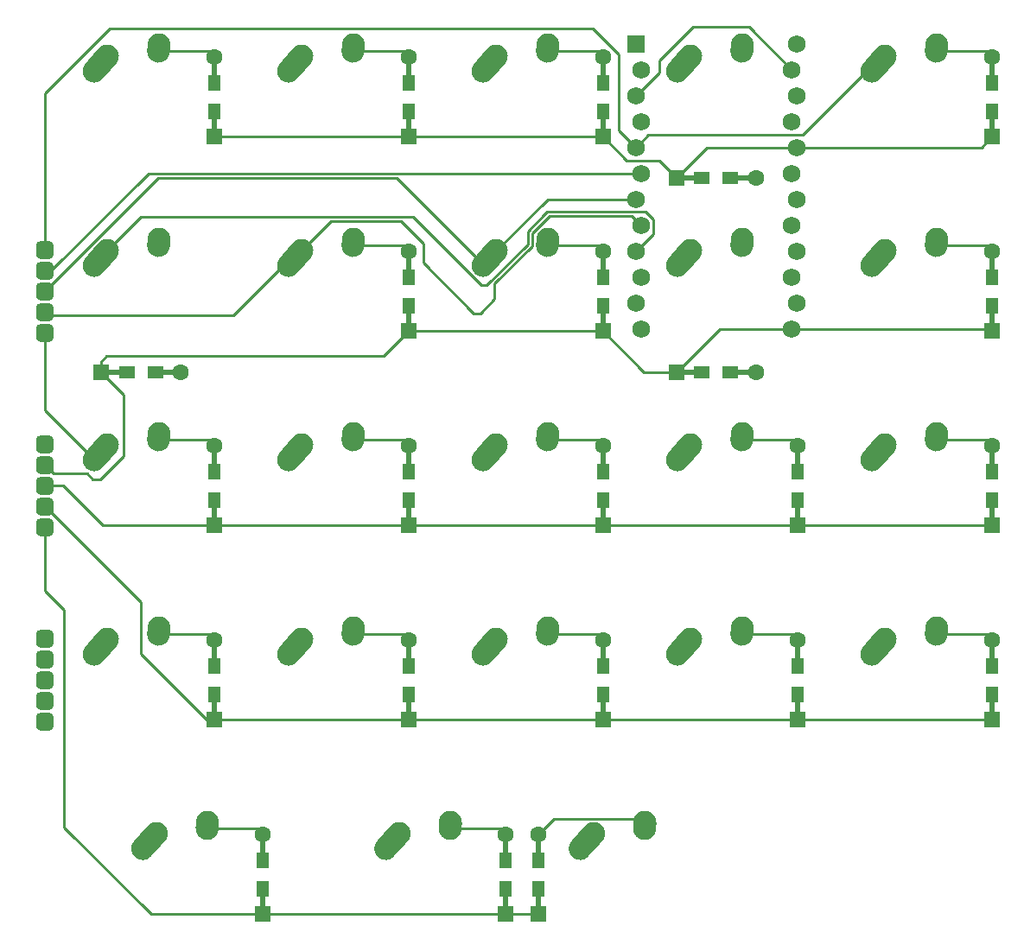
<source format=gbl>
%TF.GenerationSoftware,KiCad,Pcbnew,(5.1.12)-1*%
%TF.CreationDate,2022-01-01T22:18:57-05:00*%
%TF.ProjectId,my-keeb-2,6d792d6b-6565-4622-9d32-2e6b69636164,rev?*%
%TF.SameCoordinates,Original*%
%TF.FileFunction,Copper,L2,Bot*%
%TF.FilePolarity,Positive*%
%FSLAX46Y46*%
G04 Gerber Fmt 4.6, Leading zero omitted, Abs format (unit mm)*
G04 Created by KiCad (PCBNEW (5.1.12)-1) date 2022-01-01 22:18:57*
%MOMM*%
%LPD*%
G01*
G04 APERTURE LIST*
%TA.AperFunction,ComponentPad*%
%ADD10C,2.250000*%
%TD*%
%TA.AperFunction,ComponentPad*%
%ADD11C,1.752600*%
%TD*%
%TA.AperFunction,ComponentPad*%
%ADD12R,1.752600X1.752600*%
%TD*%
%TA.AperFunction,ComponentPad*%
%ADD13R,1.600000X1.600000*%
%TD*%
%TA.AperFunction,ComponentPad*%
%ADD14C,1.600000*%
%TD*%
%TA.AperFunction,SMDPad,CuDef*%
%ADD15R,0.500000X2.900000*%
%TD*%
%TA.AperFunction,SMDPad,CuDef*%
%ADD16R,1.200000X1.600000*%
%TD*%
%TA.AperFunction,SMDPad,CuDef*%
%ADD17R,2.900000X0.500000*%
%TD*%
%TA.AperFunction,SMDPad,CuDef*%
%ADD18R,1.600000X1.200000*%
%TD*%
%TA.AperFunction,Conductor*%
%ADD19C,0.254000*%
%TD*%
G04 APERTURE END LIST*
%TO.P,MX38,2*%
%TO.N,Net-(D38-Pad2)*%
%TA.AperFunction,ComponentPad*%
G36*
G01*
X167523483Y-95047395D02*
X167522597Y-95047334D01*
G75*
G02*
X166477666Y-93847597I77403J1122334D01*
G01*
X166517666Y-93267597D01*
G75*
G02*
X167717403Y-92222666I1122334J-77403D01*
G01*
X167717403Y-92222666D01*
G75*
G02*
X168762334Y-93422403I-77403J-1122334D01*
G01*
X168722334Y-94002403D01*
G75*
G02*
X167522597Y-95047334I-1122334J77403D01*
G01*
G37*
%TD.AperFunction*%
D10*
X167640000Y-93345000D03*
%TO.P,MX38,1*%
%TO.N,COL7*%
%TA.AperFunction,ComponentPad*%
G36*
G01*
X160538688Y-96722350D02*
X160538683Y-96722345D01*
G75*
G02*
X160452655Y-95133683I751317J837345D01*
G01*
X161762657Y-93673683D01*
G75*
G02*
X163351319Y-93587655I837345J-751317D01*
G01*
X163351319Y-93587655D01*
G75*
G02*
X163437347Y-95176317I-751317J-837345D01*
G01*
X162127345Y-96636317D01*
G75*
G02*
X160538683Y-96722345I-837345J751317D01*
G01*
G37*
%TD.AperFunction*%
X162600000Y-94425000D03*
%TD*%
%TO.P,M3,5*%
%TO.N,COL9*%
%TA.AperFunction,ComponentPad*%
G36*
G01*
X109715300Y-36772850D02*
X109715300Y-37649150D01*
G75*
G02*
X109277150Y-38087300I-438150J0D01*
G01*
X108400850Y-38087300D01*
G75*
G02*
X107962700Y-37649150I0J438150D01*
G01*
X107962700Y-36772850D01*
G75*
G02*
X108400850Y-36334700I438150J0D01*
G01*
X109277150Y-36334700D01*
G75*
G02*
X109715300Y-36772850I0J-438150D01*
G01*
G37*
%TD.AperFunction*%
%TO.P,M3,4*%
%TO.N,COL8*%
%TA.AperFunction,ComponentPad*%
G36*
G01*
X109715300Y-38804850D02*
X109715300Y-39681150D01*
G75*
G02*
X109277150Y-40119300I-438150J0D01*
G01*
X108400850Y-40119300D01*
G75*
G02*
X107962700Y-39681150I0J438150D01*
G01*
X107962700Y-38804850D01*
G75*
G02*
X108400850Y-38366700I438150J0D01*
G01*
X109277150Y-38366700D01*
G75*
G02*
X109715300Y-38804850I0J-438150D01*
G01*
G37*
%TD.AperFunction*%
%TO.P,M3,3*%
%TO.N,COL7*%
%TA.AperFunction,ComponentPad*%
G36*
G01*
X109715300Y-40836850D02*
X109715300Y-41713150D01*
G75*
G02*
X109277150Y-42151300I-438150J0D01*
G01*
X108400850Y-42151300D01*
G75*
G02*
X107962700Y-41713150I0J438150D01*
G01*
X107962700Y-40836850D01*
G75*
G02*
X108400850Y-40398700I438150J0D01*
G01*
X109277150Y-40398700D01*
G75*
G02*
X109715300Y-40836850I0J-438150D01*
G01*
G37*
%TD.AperFunction*%
%TO.P,M3,2*%
%TO.N,COL6*%
%TA.AperFunction,ComponentPad*%
G36*
G01*
X109715300Y-42868850D02*
X109715300Y-43745150D01*
G75*
G02*
X109277150Y-44183300I-438150J0D01*
G01*
X108400850Y-44183300D01*
G75*
G02*
X107962700Y-43745150I0J438150D01*
G01*
X107962700Y-42868850D01*
G75*
G02*
X108400850Y-42430700I438150J0D01*
G01*
X109277150Y-42430700D01*
G75*
G02*
X109715300Y-42868850I0J-438150D01*
G01*
G37*
%TD.AperFunction*%
%TO.P,M3,1*%
%TO.N,COL5*%
%TA.AperFunction,ComponentPad*%
G36*
G01*
X109715300Y-44900850D02*
X109715300Y-45777150D01*
G75*
G02*
X109277150Y-46215300I-438150J0D01*
G01*
X108400850Y-46215300D01*
G75*
G02*
X107962700Y-45777150I0J438150D01*
G01*
X107962700Y-44900850D01*
G75*
G02*
X108400850Y-44462700I438150J0D01*
G01*
X109277150Y-44462700D01*
G75*
G02*
X109715300Y-44900850I0J-438150D01*
G01*
G37*
%TD.AperFunction*%
%TD*%
%TO.P,M2,5*%
%TO.N,COL4*%
%TA.AperFunction,ComponentPad*%
G36*
G01*
X107962700Y-83877150D02*
X107962700Y-83000850D01*
G75*
G02*
X108400850Y-82562700I438150J0D01*
G01*
X109277150Y-82562700D01*
G75*
G02*
X109715300Y-83000850I0J-438150D01*
G01*
X109715300Y-83877150D01*
G75*
G02*
X109277150Y-84315300I-438150J0D01*
G01*
X108400850Y-84315300D01*
G75*
G02*
X107962700Y-83877150I0J438150D01*
G01*
G37*
%TD.AperFunction*%
%TO.P,M2,4*%
%TO.N,COL3*%
%TA.AperFunction,ComponentPad*%
G36*
G01*
X107962700Y-81845150D02*
X107962700Y-80968850D01*
G75*
G02*
X108400850Y-80530700I438150J0D01*
G01*
X109277150Y-80530700D01*
G75*
G02*
X109715300Y-80968850I0J-438150D01*
G01*
X109715300Y-81845150D01*
G75*
G02*
X109277150Y-82283300I-438150J0D01*
G01*
X108400850Y-82283300D01*
G75*
G02*
X107962700Y-81845150I0J438150D01*
G01*
G37*
%TD.AperFunction*%
%TO.P,M2,3*%
%TO.N,COL2*%
%TA.AperFunction,ComponentPad*%
G36*
G01*
X107962700Y-79813150D02*
X107962700Y-78936850D01*
G75*
G02*
X108400850Y-78498700I438150J0D01*
G01*
X109277150Y-78498700D01*
G75*
G02*
X109715300Y-78936850I0J-438150D01*
G01*
X109715300Y-79813150D01*
G75*
G02*
X109277150Y-80251300I-438150J0D01*
G01*
X108400850Y-80251300D01*
G75*
G02*
X107962700Y-79813150I0J438150D01*
G01*
G37*
%TD.AperFunction*%
%TO.P,M2,2*%
%TO.N,COL1*%
%TA.AperFunction,ComponentPad*%
G36*
G01*
X107962700Y-77781150D02*
X107962700Y-76904850D01*
G75*
G02*
X108400850Y-76466700I438150J0D01*
G01*
X109277150Y-76466700D01*
G75*
G02*
X109715300Y-76904850I0J-438150D01*
G01*
X109715300Y-77781150D01*
G75*
G02*
X109277150Y-78219300I-438150J0D01*
G01*
X108400850Y-78219300D01*
G75*
G02*
X107962700Y-77781150I0J438150D01*
G01*
G37*
%TD.AperFunction*%
%TO.P,M2,1*%
%TO.N,COL0*%
%TA.AperFunction,ComponentPad*%
G36*
G01*
X107962700Y-75749150D02*
X107962700Y-74872850D01*
G75*
G02*
X108400850Y-74434700I438150J0D01*
G01*
X109277150Y-74434700D01*
G75*
G02*
X109715300Y-74872850I0J-438150D01*
G01*
X109715300Y-75749150D01*
G75*
G02*
X109277150Y-76187300I-438150J0D01*
G01*
X108400850Y-76187300D01*
G75*
G02*
X107962700Y-75749150I0J438150D01*
G01*
G37*
%TD.AperFunction*%
%TD*%
%TO.P,M1,5*%
%TO.N,ROW4*%
%TA.AperFunction,ComponentPad*%
G36*
G01*
X107962700Y-64827150D02*
X107962700Y-63950850D01*
G75*
G02*
X108400850Y-63512700I438150J0D01*
G01*
X109277150Y-63512700D01*
G75*
G02*
X109715300Y-63950850I0J-438150D01*
G01*
X109715300Y-64827150D01*
G75*
G02*
X109277150Y-65265300I-438150J0D01*
G01*
X108400850Y-65265300D01*
G75*
G02*
X107962700Y-64827150I0J438150D01*
G01*
G37*
%TD.AperFunction*%
%TO.P,M1,4*%
%TO.N,ROW3*%
%TA.AperFunction,ComponentPad*%
G36*
G01*
X107962700Y-62795150D02*
X107962700Y-61918850D01*
G75*
G02*
X108400850Y-61480700I438150J0D01*
G01*
X109277150Y-61480700D01*
G75*
G02*
X109715300Y-61918850I0J-438150D01*
G01*
X109715300Y-62795150D01*
G75*
G02*
X109277150Y-63233300I-438150J0D01*
G01*
X108400850Y-63233300D01*
G75*
G02*
X107962700Y-62795150I0J438150D01*
G01*
G37*
%TD.AperFunction*%
%TO.P,M1,3*%
%TO.N,ROW2*%
%TA.AperFunction,ComponentPad*%
G36*
G01*
X107962700Y-60763150D02*
X107962700Y-59886850D01*
G75*
G02*
X108400850Y-59448700I438150J0D01*
G01*
X109277150Y-59448700D01*
G75*
G02*
X109715300Y-59886850I0J-438150D01*
G01*
X109715300Y-60763150D01*
G75*
G02*
X109277150Y-61201300I-438150J0D01*
G01*
X108400850Y-61201300D01*
G75*
G02*
X107962700Y-60763150I0J438150D01*
G01*
G37*
%TD.AperFunction*%
%TO.P,M1,2*%
%TO.N,ROW1*%
%TA.AperFunction,ComponentPad*%
G36*
G01*
X107962700Y-58731150D02*
X107962700Y-57854850D01*
G75*
G02*
X108400850Y-57416700I438150J0D01*
G01*
X109277150Y-57416700D01*
G75*
G02*
X109715300Y-57854850I0J-438150D01*
G01*
X109715300Y-58731150D01*
G75*
G02*
X109277150Y-59169300I-438150J0D01*
G01*
X108400850Y-59169300D01*
G75*
G02*
X107962700Y-58731150I0J438150D01*
G01*
G37*
%TD.AperFunction*%
%TO.P,M1,1*%
%TO.N,ROW0*%
%TA.AperFunction,ComponentPad*%
G36*
G01*
X107962700Y-56699150D02*
X107962700Y-55822850D01*
G75*
G02*
X108400850Y-55384700I438150J0D01*
G01*
X109277150Y-55384700D01*
G75*
G02*
X109715300Y-55822850I0J-438150D01*
G01*
X109715300Y-56699150D01*
G75*
G02*
X109277150Y-57137300I-438150J0D01*
G01*
X108400850Y-57137300D01*
G75*
G02*
X107962700Y-56699150I0J438150D01*
G01*
G37*
%TD.AperFunction*%
%TD*%
D11*
%TO.P,U1,24*%
%TO.N,Net-(U1-Pad24)*%
X182473600Y-16986250D03*
%TO.P,U1,12*%
%TO.N,ROW2*%
X167233600Y-44926250D03*
%TO.P,U1,23*%
%TO.N,GND*%
X182016400Y-19526250D03*
%TO.P,U1,22*%
%TO.N,Net-(SW1-Pad1)*%
X182473600Y-22066250D03*
%TO.P,U1,21*%
%TO.N,VCC*%
X182016400Y-24606250D03*
%TO.P,U1,20*%
%TO.N,ROW0*%
X182473600Y-27146250D03*
%TO.P,U1,19*%
%TO.N,COL0*%
X182016400Y-29686250D03*
%TO.P,U1,18*%
%TO.N,COL1*%
X182473600Y-32226250D03*
%TO.P,U1,17*%
%TO.N,COL2*%
X182016400Y-34766250D03*
%TO.P,U1,16*%
%TO.N,COL3*%
X182473600Y-37306250D03*
%TO.P,U1,15*%
%TO.N,COL4*%
X182016400Y-39846250D03*
%TO.P,U1,14*%
%TO.N,Net-(U1-Pad14)*%
X182473600Y-42386250D03*
%TO.P,U1,13*%
%TO.N,ROW1*%
X182016400Y-44926250D03*
%TO.P,U1,11*%
%TO.N,ROW3*%
X166776400Y-42386250D03*
%TO.P,U1,10*%
%TO.N,ROW4*%
X167233600Y-39846250D03*
%TO.P,U1,9*%
%TO.N,COL5*%
X166776400Y-37306250D03*
%TO.P,U1,8*%
%TO.N,COL6*%
X167233600Y-34766250D03*
%TO.P,U1,7*%
%TO.N,COL7*%
X166776400Y-32226250D03*
%TO.P,U1,6*%
%TO.N,COL8*%
X167233600Y-29686250D03*
%TO.P,U1,5*%
%TO.N,COL9*%
X166776400Y-27146250D03*
%TO.P,U1,4*%
%TO.N,GND*%
X167233600Y-24606250D03*
%TO.P,U1,3*%
X166776400Y-22066250D03*
%TO.P,U1,2*%
%TO.N,Net-(U1-Pad2)*%
X167233600Y-19526250D03*
D12*
%TO.P,U1,1*%
%TO.N,Net-(U1-Pad1)*%
X166776400Y-16986250D03*
%TD*%
%TO.P,MX25,2*%
%TO.N,Net-(D25-Pad2)*%
%TA.AperFunction,ComponentPad*%
G36*
G01*
X119898483Y-37897395D02*
X119897597Y-37897334D01*
G75*
G02*
X118852666Y-36697597I77403J1122334D01*
G01*
X118892666Y-36117597D01*
G75*
G02*
X120092403Y-35072666I1122334J-77403D01*
G01*
X120092403Y-35072666D01*
G75*
G02*
X121137334Y-36272403I-77403J-1122334D01*
G01*
X121097334Y-36852403D01*
G75*
G02*
X119897597Y-37897334I-1122334J77403D01*
G01*
G37*
%TD.AperFunction*%
D10*
X120015000Y-36195000D03*
%TO.P,MX25,1*%
%TO.N,COL5*%
%TA.AperFunction,ComponentPad*%
G36*
G01*
X112913688Y-39572350D02*
X112913683Y-39572345D01*
G75*
G02*
X112827655Y-37983683I751317J837345D01*
G01*
X114137657Y-36523683D01*
G75*
G02*
X115726319Y-36437655I837345J-751317D01*
G01*
X115726319Y-36437655D01*
G75*
G02*
X115812347Y-38026317I-751317J-837345D01*
G01*
X114502345Y-39486317D01*
G75*
G02*
X112913683Y-39572345I-837345J751317D01*
G01*
G37*
%TD.AperFunction*%
X114975000Y-37275000D03*
%TD*%
%TO.P,MX28,2*%
%TO.N,Net-(D28-Pad2)*%
%TA.AperFunction,ComponentPad*%
G36*
G01*
X124660983Y-95047395D02*
X124660097Y-95047334D01*
G75*
G02*
X123615166Y-93847597I77403J1122334D01*
G01*
X123655166Y-93267597D01*
G75*
G02*
X124854903Y-92222666I1122334J-77403D01*
G01*
X124854903Y-92222666D01*
G75*
G02*
X125899834Y-93422403I-77403J-1122334D01*
G01*
X125859834Y-94002403D01*
G75*
G02*
X124660097Y-95047334I-1122334J77403D01*
G01*
G37*
%TD.AperFunction*%
X124777500Y-93345000D03*
%TO.P,MX28,1*%
%TO.N,COL5*%
%TA.AperFunction,ComponentPad*%
G36*
G01*
X117676188Y-96722350D02*
X117676183Y-96722345D01*
G75*
G02*
X117590155Y-95133683I751317J837345D01*
G01*
X118900157Y-93673683D01*
G75*
G02*
X120488819Y-93587655I837345J-751317D01*
G01*
X120488819Y-93587655D01*
G75*
G02*
X120574847Y-95176317I-751317J-837345D01*
G01*
X119264845Y-96636317D01*
G75*
G02*
X117676183Y-96722345I-837345J751317D01*
G01*
G37*
%TD.AperFunction*%
X119737500Y-94425000D03*
%TD*%
%TO.P,MX46,2*%
%TO.N,Net-(D46-Pad2)*%
%TA.AperFunction,ComponentPad*%
G36*
G01*
X196098483Y-75997395D02*
X196097597Y-75997334D01*
G75*
G02*
X195052666Y-74797597I77403J1122334D01*
G01*
X195092666Y-74217597D01*
G75*
G02*
X196292403Y-73172666I1122334J-77403D01*
G01*
X196292403Y-73172666D01*
G75*
G02*
X197337334Y-74372403I-77403J-1122334D01*
G01*
X197297334Y-74952403D01*
G75*
G02*
X196097597Y-75997334I-1122334J77403D01*
G01*
G37*
%TD.AperFunction*%
X196215000Y-74295000D03*
%TO.P,MX46,1*%
%TO.N,COL9*%
%TA.AperFunction,ComponentPad*%
G36*
G01*
X189113688Y-77672350D02*
X189113683Y-77672345D01*
G75*
G02*
X189027655Y-76083683I751317J837345D01*
G01*
X190337657Y-74623683D01*
G75*
G02*
X191926319Y-74537655I837345J-751317D01*
G01*
X191926319Y-74537655D01*
G75*
G02*
X192012347Y-76126317I-751317J-837345D01*
G01*
X190702345Y-77586317D01*
G75*
G02*
X189113683Y-77672345I-837345J751317D01*
G01*
G37*
%TD.AperFunction*%
X191175000Y-75375000D03*
%TD*%
%TO.P,MX45,2*%
%TO.N,Net-(D45-Pad2)*%
%TA.AperFunction,ComponentPad*%
G36*
G01*
X196098483Y-56947395D02*
X196097597Y-56947334D01*
G75*
G02*
X195052666Y-55747597I77403J1122334D01*
G01*
X195092666Y-55167597D01*
G75*
G02*
X196292403Y-54122666I1122334J-77403D01*
G01*
X196292403Y-54122666D01*
G75*
G02*
X197337334Y-55322403I-77403J-1122334D01*
G01*
X197297334Y-55902403D01*
G75*
G02*
X196097597Y-56947334I-1122334J77403D01*
G01*
G37*
%TD.AperFunction*%
X196215000Y-55245000D03*
%TO.P,MX45,1*%
%TO.N,COL9*%
%TA.AperFunction,ComponentPad*%
G36*
G01*
X189113688Y-58622350D02*
X189113683Y-58622345D01*
G75*
G02*
X189027655Y-57033683I751317J837345D01*
G01*
X190337657Y-55573683D01*
G75*
G02*
X191926319Y-55487655I837345J-751317D01*
G01*
X191926319Y-55487655D01*
G75*
G02*
X192012347Y-57076317I-751317J-837345D01*
G01*
X190702345Y-58536317D01*
G75*
G02*
X189113683Y-58622345I-837345J751317D01*
G01*
G37*
%TD.AperFunction*%
X191175000Y-56325000D03*
%TD*%
%TO.P,MX44,2*%
%TO.N,Net-(D44-Pad2)*%
%TA.AperFunction,ComponentPad*%
G36*
G01*
X196098483Y-37897395D02*
X196097597Y-37897334D01*
G75*
G02*
X195052666Y-36697597I77403J1122334D01*
G01*
X195092666Y-36117597D01*
G75*
G02*
X196292403Y-35072666I1122334J-77403D01*
G01*
X196292403Y-35072666D01*
G75*
G02*
X197337334Y-36272403I-77403J-1122334D01*
G01*
X197297334Y-36852403D01*
G75*
G02*
X196097597Y-37897334I-1122334J77403D01*
G01*
G37*
%TD.AperFunction*%
X196215000Y-36195000D03*
%TO.P,MX44,1*%
%TO.N,COL9*%
%TA.AperFunction,ComponentPad*%
G36*
G01*
X189113688Y-39572350D02*
X189113683Y-39572345D01*
G75*
G02*
X189027655Y-37983683I751317J837345D01*
G01*
X190337657Y-36523683D01*
G75*
G02*
X191926319Y-36437655I837345J-751317D01*
G01*
X191926319Y-36437655D01*
G75*
G02*
X192012347Y-38026317I-751317J-837345D01*
G01*
X190702345Y-39486317D01*
G75*
G02*
X189113683Y-39572345I-837345J751317D01*
G01*
G37*
%TD.AperFunction*%
X191175000Y-37275000D03*
%TD*%
%TO.P,MX43,2*%
%TO.N,Net-(D43-Pad2)*%
%TA.AperFunction,ComponentPad*%
G36*
G01*
X196098483Y-18847395D02*
X196097597Y-18847334D01*
G75*
G02*
X195052666Y-17647597I77403J1122334D01*
G01*
X195092666Y-17067597D01*
G75*
G02*
X196292403Y-16022666I1122334J-77403D01*
G01*
X196292403Y-16022666D01*
G75*
G02*
X197337334Y-17222403I-77403J-1122334D01*
G01*
X197297334Y-17802403D01*
G75*
G02*
X196097597Y-18847334I-1122334J77403D01*
G01*
G37*
%TD.AperFunction*%
X196215000Y-17145000D03*
%TO.P,MX43,1*%
%TO.N,COL9*%
%TA.AperFunction,ComponentPad*%
G36*
G01*
X189113688Y-20522350D02*
X189113683Y-20522345D01*
G75*
G02*
X189027655Y-18933683I751317J837345D01*
G01*
X190337657Y-17473683D01*
G75*
G02*
X191926319Y-17387655I837345J-751317D01*
G01*
X191926319Y-17387655D01*
G75*
G02*
X192012347Y-18976317I-751317J-837345D01*
G01*
X190702345Y-20436317D01*
G75*
G02*
X189113683Y-20522345I-837345J751317D01*
G01*
G37*
%TD.AperFunction*%
X191175000Y-18225000D03*
%TD*%
%TO.P,MX42,2*%
%TO.N,Net-(D42-Pad2)*%
%TA.AperFunction,ComponentPad*%
G36*
G01*
X177048483Y-75997395D02*
X177047597Y-75997334D01*
G75*
G02*
X176002666Y-74797597I77403J1122334D01*
G01*
X176042666Y-74217597D01*
G75*
G02*
X177242403Y-73172666I1122334J-77403D01*
G01*
X177242403Y-73172666D01*
G75*
G02*
X178287334Y-74372403I-77403J-1122334D01*
G01*
X178247334Y-74952403D01*
G75*
G02*
X177047597Y-75997334I-1122334J77403D01*
G01*
G37*
%TD.AperFunction*%
X177165000Y-74295000D03*
%TO.P,MX42,1*%
%TO.N,COL8*%
%TA.AperFunction,ComponentPad*%
G36*
G01*
X170063688Y-77672350D02*
X170063683Y-77672345D01*
G75*
G02*
X169977655Y-76083683I751317J837345D01*
G01*
X171287657Y-74623683D01*
G75*
G02*
X172876319Y-74537655I837345J-751317D01*
G01*
X172876319Y-74537655D01*
G75*
G02*
X172962347Y-76126317I-751317J-837345D01*
G01*
X171652345Y-77586317D01*
G75*
G02*
X170063683Y-77672345I-837345J751317D01*
G01*
G37*
%TD.AperFunction*%
X172125000Y-75375000D03*
%TD*%
%TO.P,MX41,2*%
%TO.N,Net-(D41-Pad2)*%
%TA.AperFunction,ComponentPad*%
G36*
G01*
X177048483Y-56947395D02*
X177047597Y-56947334D01*
G75*
G02*
X176002666Y-55747597I77403J1122334D01*
G01*
X176042666Y-55167597D01*
G75*
G02*
X177242403Y-54122666I1122334J-77403D01*
G01*
X177242403Y-54122666D01*
G75*
G02*
X178287334Y-55322403I-77403J-1122334D01*
G01*
X178247334Y-55902403D01*
G75*
G02*
X177047597Y-56947334I-1122334J77403D01*
G01*
G37*
%TD.AperFunction*%
X177165000Y-55245000D03*
%TO.P,MX41,1*%
%TO.N,COL8*%
%TA.AperFunction,ComponentPad*%
G36*
G01*
X170063688Y-58622350D02*
X170063683Y-58622345D01*
G75*
G02*
X169977655Y-57033683I751317J837345D01*
G01*
X171287657Y-55573683D01*
G75*
G02*
X172876319Y-55487655I837345J-751317D01*
G01*
X172876319Y-55487655D01*
G75*
G02*
X172962347Y-57076317I-751317J-837345D01*
G01*
X171652345Y-58536317D01*
G75*
G02*
X170063683Y-58622345I-837345J751317D01*
G01*
G37*
%TD.AperFunction*%
X172125000Y-56325000D03*
%TD*%
%TO.P,MX40,2*%
%TO.N,Net-(D40-Pad2)*%
%TA.AperFunction,ComponentPad*%
G36*
G01*
X177048483Y-37897395D02*
X177047597Y-37897334D01*
G75*
G02*
X176002666Y-36697597I77403J1122334D01*
G01*
X176042666Y-36117597D01*
G75*
G02*
X177242403Y-35072666I1122334J-77403D01*
G01*
X177242403Y-35072666D01*
G75*
G02*
X178287334Y-36272403I-77403J-1122334D01*
G01*
X178247334Y-36852403D01*
G75*
G02*
X177047597Y-37897334I-1122334J77403D01*
G01*
G37*
%TD.AperFunction*%
X177165000Y-36195000D03*
%TO.P,MX40,1*%
%TO.N,COL8*%
%TA.AperFunction,ComponentPad*%
G36*
G01*
X170063688Y-39572350D02*
X170063683Y-39572345D01*
G75*
G02*
X169977655Y-37983683I751317J837345D01*
G01*
X171287657Y-36523683D01*
G75*
G02*
X172876319Y-36437655I837345J-751317D01*
G01*
X172876319Y-36437655D01*
G75*
G02*
X172962347Y-38026317I-751317J-837345D01*
G01*
X171652345Y-39486317D01*
G75*
G02*
X170063683Y-39572345I-837345J751317D01*
G01*
G37*
%TD.AperFunction*%
X172125000Y-37275000D03*
%TD*%
%TO.P,MX39,2*%
%TO.N,Net-(D39-Pad2)*%
%TA.AperFunction,ComponentPad*%
G36*
G01*
X177048483Y-18847395D02*
X177047597Y-18847334D01*
G75*
G02*
X176002666Y-17647597I77403J1122334D01*
G01*
X176042666Y-17067597D01*
G75*
G02*
X177242403Y-16022666I1122334J-77403D01*
G01*
X177242403Y-16022666D01*
G75*
G02*
X178287334Y-17222403I-77403J-1122334D01*
G01*
X178247334Y-17802403D01*
G75*
G02*
X177047597Y-18847334I-1122334J77403D01*
G01*
G37*
%TD.AperFunction*%
X177165000Y-17145000D03*
%TO.P,MX39,1*%
%TO.N,COL8*%
%TA.AperFunction,ComponentPad*%
G36*
G01*
X170063688Y-20522350D02*
X170063683Y-20522345D01*
G75*
G02*
X169977655Y-18933683I751317J837345D01*
G01*
X171287657Y-17473683D01*
G75*
G02*
X172876319Y-17387655I837345J-751317D01*
G01*
X172876319Y-17387655D01*
G75*
G02*
X172962347Y-18976317I-751317J-837345D01*
G01*
X171652345Y-20436317D01*
G75*
G02*
X170063683Y-20522345I-837345J751317D01*
G01*
G37*
%TD.AperFunction*%
X172125000Y-18225000D03*
%TD*%
%TO.P,MX37,2*%
%TO.N,Net-(D37-Pad2)*%
%TA.AperFunction,ComponentPad*%
G36*
G01*
X157998483Y-75997395D02*
X157997597Y-75997334D01*
G75*
G02*
X156952666Y-74797597I77403J1122334D01*
G01*
X156992666Y-74217597D01*
G75*
G02*
X158192403Y-73172666I1122334J-77403D01*
G01*
X158192403Y-73172666D01*
G75*
G02*
X159237334Y-74372403I-77403J-1122334D01*
G01*
X159197334Y-74952403D01*
G75*
G02*
X157997597Y-75997334I-1122334J77403D01*
G01*
G37*
%TD.AperFunction*%
X158115000Y-74295000D03*
%TO.P,MX37,1*%
%TO.N,COL7*%
%TA.AperFunction,ComponentPad*%
G36*
G01*
X151013688Y-77672350D02*
X151013683Y-77672345D01*
G75*
G02*
X150927655Y-76083683I751317J837345D01*
G01*
X152237657Y-74623683D01*
G75*
G02*
X153826319Y-74537655I837345J-751317D01*
G01*
X153826319Y-74537655D01*
G75*
G02*
X153912347Y-76126317I-751317J-837345D01*
G01*
X152602345Y-77586317D01*
G75*
G02*
X151013683Y-77672345I-837345J751317D01*
G01*
G37*
%TD.AperFunction*%
X153075000Y-75375000D03*
%TD*%
%TO.P,MX36,2*%
%TO.N,Net-(D36-Pad2)*%
%TA.AperFunction,ComponentPad*%
G36*
G01*
X157998483Y-56947395D02*
X157997597Y-56947334D01*
G75*
G02*
X156952666Y-55747597I77403J1122334D01*
G01*
X156992666Y-55167597D01*
G75*
G02*
X158192403Y-54122666I1122334J-77403D01*
G01*
X158192403Y-54122666D01*
G75*
G02*
X159237334Y-55322403I-77403J-1122334D01*
G01*
X159197334Y-55902403D01*
G75*
G02*
X157997597Y-56947334I-1122334J77403D01*
G01*
G37*
%TD.AperFunction*%
X158115000Y-55245000D03*
%TO.P,MX36,1*%
%TO.N,COL7*%
%TA.AperFunction,ComponentPad*%
G36*
G01*
X151013688Y-58622350D02*
X151013683Y-58622345D01*
G75*
G02*
X150927655Y-57033683I751317J837345D01*
G01*
X152237657Y-55573683D01*
G75*
G02*
X153826319Y-55487655I837345J-751317D01*
G01*
X153826319Y-55487655D01*
G75*
G02*
X153912347Y-57076317I-751317J-837345D01*
G01*
X152602345Y-58536317D01*
G75*
G02*
X151013683Y-58622345I-837345J751317D01*
G01*
G37*
%TD.AperFunction*%
X153075000Y-56325000D03*
%TD*%
%TO.P,MX35,2*%
%TO.N,Net-(D35-Pad2)*%
%TA.AperFunction,ComponentPad*%
G36*
G01*
X157998483Y-37897395D02*
X157997597Y-37897334D01*
G75*
G02*
X156952666Y-36697597I77403J1122334D01*
G01*
X156992666Y-36117597D01*
G75*
G02*
X158192403Y-35072666I1122334J-77403D01*
G01*
X158192403Y-35072666D01*
G75*
G02*
X159237334Y-36272403I-77403J-1122334D01*
G01*
X159197334Y-36852403D01*
G75*
G02*
X157997597Y-37897334I-1122334J77403D01*
G01*
G37*
%TD.AperFunction*%
X158115000Y-36195000D03*
%TO.P,MX35,1*%
%TO.N,COL7*%
%TA.AperFunction,ComponentPad*%
G36*
G01*
X151013688Y-39572350D02*
X151013683Y-39572345D01*
G75*
G02*
X150927655Y-37983683I751317J837345D01*
G01*
X152237657Y-36523683D01*
G75*
G02*
X153826319Y-36437655I837345J-751317D01*
G01*
X153826319Y-36437655D01*
G75*
G02*
X153912347Y-38026317I-751317J-837345D01*
G01*
X152602345Y-39486317D01*
G75*
G02*
X151013683Y-39572345I-837345J751317D01*
G01*
G37*
%TD.AperFunction*%
X153075000Y-37275000D03*
%TD*%
%TO.P,MX34,2*%
%TO.N,Net-(D34-Pad2)*%
%TA.AperFunction,ComponentPad*%
G36*
G01*
X157998483Y-18847395D02*
X157997597Y-18847334D01*
G75*
G02*
X156952666Y-17647597I77403J1122334D01*
G01*
X156992666Y-17067597D01*
G75*
G02*
X158192403Y-16022666I1122334J-77403D01*
G01*
X158192403Y-16022666D01*
G75*
G02*
X159237334Y-17222403I-77403J-1122334D01*
G01*
X159197334Y-17802403D01*
G75*
G02*
X157997597Y-18847334I-1122334J77403D01*
G01*
G37*
%TD.AperFunction*%
X158115000Y-17145000D03*
%TO.P,MX34,1*%
%TO.N,COL7*%
%TA.AperFunction,ComponentPad*%
G36*
G01*
X151013688Y-20522350D02*
X151013683Y-20522345D01*
G75*
G02*
X150927655Y-18933683I751317J837345D01*
G01*
X152237657Y-17473683D01*
G75*
G02*
X153826319Y-17387655I837345J-751317D01*
G01*
X153826319Y-17387655D01*
G75*
G02*
X153912347Y-18976317I-751317J-837345D01*
G01*
X152602345Y-20436317D01*
G75*
G02*
X151013683Y-20522345I-837345J751317D01*
G01*
G37*
%TD.AperFunction*%
X153075000Y-18225000D03*
%TD*%
%TO.P,MX33,2*%
%TO.N,Net-(D33-Pad2)*%
%TA.AperFunction,ComponentPad*%
G36*
G01*
X148473483Y-95047395D02*
X148472597Y-95047334D01*
G75*
G02*
X147427666Y-93847597I77403J1122334D01*
G01*
X147467666Y-93267597D01*
G75*
G02*
X148667403Y-92222666I1122334J-77403D01*
G01*
X148667403Y-92222666D01*
G75*
G02*
X149712334Y-93422403I-77403J-1122334D01*
G01*
X149672334Y-94002403D01*
G75*
G02*
X148472597Y-95047334I-1122334J77403D01*
G01*
G37*
%TD.AperFunction*%
X148590000Y-93345000D03*
%TO.P,MX33,1*%
%TO.N,COL6*%
%TA.AperFunction,ComponentPad*%
G36*
G01*
X141488688Y-96722350D02*
X141488683Y-96722345D01*
G75*
G02*
X141402655Y-95133683I751317J837345D01*
G01*
X142712657Y-93673683D01*
G75*
G02*
X144301319Y-93587655I837345J-751317D01*
G01*
X144301319Y-93587655D01*
G75*
G02*
X144387347Y-95176317I-751317J-837345D01*
G01*
X143077345Y-96636317D01*
G75*
G02*
X141488683Y-96722345I-837345J751317D01*
G01*
G37*
%TD.AperFunction*%
X143550000Y-94425000D03*
%TD*%
%TO.P,MX32,2*%
%TO.N,Net-(D32-Pad2)*%
%TA.AperFunction,ComponentPad*%
G36*
G01*
X138948483Y-75997395D02*
X138947597Y-75997334D01*
G75*
G02*
X137902666Y-74797597I77403J1122334D01*
G01*
X137942666Y-74217597D01*
G75*
G02*
X139142403Y-73172666I1122334J-77403D01*
G01*
X139142403Y-73172666D01*
G75*
G02*
X140187334Y-74372403I-77403J-1122334D01*
G01*
X140147334Y-74952403D01*
G75*
G02*
X138947597Y-75997334I-1122334J77403D01*
G01*
G37*
%TD.AperFunction*%
X139065000Y-74295000D03*
%TO.P,MX32,1*%
%TO.N,COL6*%
%TA.AperFunction,ComponentPad*%
G36*
G01*
X131963688Y-77672350D02*
X131963683Y-77672345D01*
G75*
G02*
X131877655Y-76083683I751317J837345D01*
G01*
X133187657Y-74623683D01*
G75*
G02*
X134776319Y-74537655I837345J-751317D01*
G01*
X134776319Y-74537655D01*
G75*
G02*
X134862347Y-76126317I-751317J-837345D01*
G01*
X133552345Y-77586317D01*
G75*
G02*
X131963683Y-77672345I-837345J751317D01*
G01*
G37*
%TD.AperFunction*%
X134025000Y-75375000D03*
%TD*%
%TO.P,MX31,2*%
%TO.N,Net-(D31-Pad2)*%
%TA.AperFunction,ComponentPad*%
G36*
G01*
X138948483Y-56947395D02*
X138947597Y-56947334D01*
G75*
G02*
X137902666Y-55747597I77403J1122334D01*
G01*
X137942666Y-55167597D01*
G75*
G02*
X139142403Y-54122666I1122334J-77403D01*
G01*
X139142403Y-54122666D01*
G75*
G02*
X140187334Y-55322403I-77403J-1122334D01*
G01*
X140147334Y-55902403D01*
G75*
G02*
X138947597Y-56947334I-1122334J77403D01*
G01*
G37*
%TD.AperFunction*%
X139065000Y-55245000D03*
%TO.P,MX31,1*%
%TO.N,COL6*%
%TA.AperFunction,ComponentPad*%
G36*
G01*
X131963688Y-58622350D02*
X131963683Y-58622345D01*
G75*
G02*
X131877655Y-57033683I751317J837345D01*
G01*
X133187657Y-55573683D01*
G75*
G02*
X134776319Y-55487655I837345J-751317D01*
G01*
X134776319Y-55487655D01*
G75*
G02*
X134862347Y-57076317I-751317J-837345D01*
G01*
X133552345Y-58536317D01*
G75*
G02*
X131963683Y-58622345I-837345J751317D01*
G01*
G37*
%TD.AperFunction*%
X134025000Y-56325000D03*
%TD*%
%TO.P,MX30,2*%
%TO.N,Net-(D30-Pad2)*%
%TA.AperFunction,ComponentPad*%
G36*
G01*
X138948483Y-37897395D02*
X138947597Y-37897334D01*
G75*
G02*
X137902666Y-36697597I77403J1122334D01*
G01*
X137942666Y-36117597D01*
G75*
G02*
X139142403Y-35072666I1122334J-77403D01*
G01*
X139142403Y-35072666D01*
G75*
G02*
X140187334Y-36272403I-77403J-1122334D01*
G01*
X140147334Y-36852403D01*
G75*
G02*
X138947597Y-37897334I-1122334J77403D01*
G01*
G37*
%TD.AperFunction*%
X139065000Y-36195000D03*
%TO.P,MX30,1*%
%TO.N,COL6*%
%TA.AperFunction,ComponentPad*%
G36*
G01*
X131963688Y-39572350D02*
X131963683Y-39572345D01*
G75*
G02*
X131877655Y-37983683I751317J837345D01*
G01*
X133187657Y-36523683D01*
G75*
G02*
X134776319Y-36437655I837345J-751317D01*
G01*
X134776319Y-36437655D01*
G75*
G02*
X134862347Y-38026317I-751317J-837345D01*
G01*
X133552345Y-39486317D01*
G75*
G02*
X131963683Y-39572345I-837345J751317D01*
G01*
G37*
%TD.AperFunction*%
X134025000Y-37275000D03*
%TD*%
%TO.P,MX29,2*%
%TO.N,Net-(D29-Pad2)*%
%TA.AperFunction,ComponentPad*%
G36*
G01*
X138948483Y-18847395D02*
X138947597Y-18847334D01*
G75*
G02*
X137902666Y-17647597I77403J1122334D01*
G01*
X137942666Y-17067597D01*
G75*
G02*
X139142403Y-16022666I1122334J-77403D01*
G01*
X139142403Y-16022666D01*
G75*
G02*
X140187334Y-17222403I-77403J-1122334D01*
G01*
X140147334Y-17802403D01*
G75*
G02*
X138947597Y-18847334I-1122334J77403D01*
G01*
G37*
%TD.AperFunction*%
X139065000Y-17145000D03*
%TO.P,MX29,1*%
%TO.N,COL6*%
%TA.AperFunction,ComponentPad*%
G36*
G01*
X131963688Y-20522350D02*
X131963683Y-20522345D01*
G75*
G02*
X131877655Y-18933683I751317J837345D01*
G01*
X133187657Y-17473683D01*
G75*
G02*
X134776319Y-17387655I837345J-751317D01*
G01*
X134776319Y-17387655D01*
G75*
G02*
X134862347Y-18976317I-751317J-837345D01*
G01*
X133552345Y-20436317D01*
G75*
G02*
X131963683Y-20522345I-837345J751317D01*
G01*
G37*
%TD.AperFunction*%
X134025000Y-18225000D03*
%TD*%
%TO.P,MX27,2*%
%TO.N,Net-(D27-Pad2)*%
%TA.AperFunction,ComponentPad*%
G36*
G01*
X119898483Y-75997395D02*
X119897597Y-75997334D01*
G75*
G02*
X118852666Y-74797597I77403J1122334D01*
G01*
X118892666Y-74217597D01*
G75*
G02*
X120092403Y-73172666I1122334J-77403D01*
G01*
X120092403Y-73172666D01*
G75*
G02*
X121137334Y-74372403I-77403J-1122334D01*
G01*
X121097334Y-74952403D01*
G75*
G02*
X119897597Y-75997334I-1122334J77403D01*
G01*
G37*
%TD.AperFunction*%
X120015000Y-74295000D03*
%TO.P,MX27,1*%
%TO.N,COL5*%
%TA.AperFunction,ComponentPad*%
G36*
G01*
X112913688Y-77672350D02*
X112913683Y-77672345D01*
G75*
G02*
X112827655Y-76083683I751317J837345D01*
G01*
X114137657Y-74623683D01*
G75*
G02*
X115726319Y-74537655I837345J-751317D01*
G01*
X115726319Y-74537655D01*
G75*
G02*
X115812347Y-76126317I-751317J-837345D01*
G01*
X114502345Y-77586317D01*
G75*
G02*
X112913683Y-77672345I-837345J751317D01*
G01*
G37*
%TD.AperFunction*%
X114975000Y-75375000D03*
%TD*%
%TO.P,MX26,2*%
%TO.N,Net-(D26-Pad2)*%
%TA.AperFunction,ComponentPad*%
G36*
G01*
X119898483Y-56947395D02*
X119897597Y-56947334D01*
G75*
G02*
X118852666Y-55747597I77403J1122334D01*
G01*
X118892666Y-55167597D01*
G75*
G02*
X120092403Y-54122666I1122334J-77403D01*
G01*
X120092403Y-54122666D01*
G75*
G02*
X121137334Y-55322403I-77403J-1122334D01*
G01*
X121097334Y-55902403D01*
G75*
G02*
X119897597Y-56947334I-1122334J77403D01*
G01*
G37*
%TD.AperFunction*%
X120015000Y-55245000D03*
%TO.P,MX26,1*%
%TO.N,COL5*%
%TA.AperFunction,ComponentPad*%
G36*
G01*
X112913688Y-58622350D02*
X112913683Y-58622345D01*
G75*
G02*
X112827655Y-57033683I751317J837345D01*
G01*
X114137657Y-55573683D01*
G75*
G02*
X115726319Y-55487655I837345J-751317D01*
G01*
X115726319Y-55487655D01*
G75*
G02*
X115812347Y-57076317I-751317J-837345D01*
G01*
X114502345Y-58536317D01*
G75*
G02*
X112913683Y-58622345I-837345J751317D01*
G01*
G37*
%TD.AperFunction*%
X114975000Y-56325000D03*
%TD*%
%TO.P,MX24,2*%
%TO.N,Net-(D24-Pad2)*%
%TA.AperFunction,ComponentPad*%
G36*
G01*
X119898483Y-18847395D02*
X119897597Y-18847334D01*
G75*
G02*
X118852666Y-17647597I77403J1122334D01*
G01*
X118892666Y-17067597D01*
G75*
G02*
X120092403Y-16022666I1122334J-77403D01*
G01*
X120092403Y-16022666D01*
G75*
G02*
X121137334Y-17222403I-77403J-1122334D01*
G01*
X121097334Y-17802403D01*
G75*
G02*
X119897597Y-18847334I-1122334J77403D01*
G01*
G37*
%TD.AperFunction*%
X120015000Y-17145000D03*
%TO.P,MX24,1*%
%TO.N,COL5*%
%TA.AperFunction,ComponentPad*%
G36*
G01*
X112913688Y-20522350D02*
X112913683Y-20522345D01*
G75*
G02*
X112827655Y-18933683I751317J837345D01*
G01*
X114137657Y-17473683D01*
G75*
G02*
X115726319Y-17387655I837345J-751317D01*
G01*
X115726319Y-17387655D01*
G75*
G02*
X115812347Y-18976317I-751317J-837345D01*
G01*
X114502345Y-20436317D01*
G75*
G02*
X112913683Y-20522345I-837345J751317D01*
G01*
G37*
%TD.AperFunction*%
X114975000Y-18225000D03*
%TD*%
D13*
%TO.P,D46,1*%
%TO.N,ROW3*%
X201612500Y-83275000D03*
D14*
%TO.P,D46,2*%
%TO.N,Net-(D46-Pad2)*%
X201612500Y-75475000D03*
D15*
%TO.P,D46,1*%
%TO.N,ROW3*%
X201612500Y-81875000D03*
D16*
X201612500Y-80775000D03*
%TO.P,D46,2*%
%TO.N,Net-(D46-Pad2)*%
X201612500Y-77975000D03*
D15*
X201612500Y-76875000D03*
%TD*%
D13*
%TO.P,D45,1*%
%TO.N,ROW2*%
X201612500Y-64225000D03*
D14*
%TO.P,D45,2*%
%TO.N,Net-(D45-Pad2)*%
X201612500Y-56425000D03*
D15*
%TO.P,D45,1*%
%TO.N,ROW2*%
X201612500Y-62825000D03*
D16*
X201612500Y-61725000D03*
%TO.P,D45,2*%
%TO.N,Net-(D45-Pad2)*%
X201612500Y-58925000D03*
D15*
X201612500Y-57825000D03*
%TD*%
D13*
%TO.P,D44,1*%
%TO.N,ROW1*%
X201612500Y-45175000D03*
D14*
%TO.P,D44,2*%
%TO.N,Net-(D44-Pad2)*%
X201612500Y-37375000D03*
D15*
%TO.P,D44,1*%
%TO.N,ROW1*%
X201612500Y-43775000D03*
D16*
X201612500Y-42675000D03*
%TO.P,D44,2*%
%TO.N,Net-(D44-Pad2)*%
X201612500Y-39875000D03*
D15*
X201612500Y-38775000D03*
%TD*%
D13*
%TO.P,D43,1*%
%TO.N,ROW0*%
X201612500Y-26125000D03*
D14*
%TO.P,D43,2*%
%TO.N,Net-(D43-Pad2)*%
X201612500Y-18325000D03*
D15*
%TO.P,D43,1*%
%TO.N,ROW0*%
X201612500Y-24725000D03*
D16*
X201612500Y-23625000D03*
%TO.P,D43,2*%
%TO.N,Net-(D43-Pad2)*%
X201612500Y-20825000D03*
D15*
X201612500Y-19725000D03*
%TD*%
D13*
%TO.P,D42,1*%
%TO.N,ROW3*%
X182562500Y-83272000D03*
D14*
%TO.P,D42,2*%
%TO.N,Net-(D42-Pad2)*%
X182562500Y-75472000D03*
D15*
%TO.P,D42,1*%
%TO.N,ROW3*%
X182562500Y-81872000D03*
D16*
X182562500Y-80772000D03*
%TO.P,D42,2*%
%TO.N,Net-(D42-Pad2)*%
X182562500Y-77972000D03*
D15*
X182562500Y-76872000D03*
%TD*%
D13*
%TO.P,D41,1*%
%TO.N,ROW2*%
X182562500Y-64225000D03*
D14*
%TO.P,D41,2*%
%TO.N,Net-(D41-Pad2)*%
X182562500Y-56425000D03*
D15*
%TO.P,D41,1*%
%TO.N,ROW2*%
X182562500Y-62825000D03*
D16*
X182562500Y-61725000D03*
%TO.P,D41,2*%
%TO.N,Net-(D41-Pad2)*%
X182562500Y-58925000D03*
D15*
X182562500Y-57825000D03*
%TD*%
D13*
%TO.P,D40,1*%
%TO.N,ROW1*%
X170725000Y-49212500D03*
D14*
%TO.P,D40,2*%
%TO.N,Net-(D40-Pad2)*%
X178525000Y-49212500D03*
D17*
%TO.P,D40,1*%
%TO.N,ROW1*%
X172125000Y-49212500D03*
D18*
X173225000Y-49212500D03*
%TO.P,D40,2*%
%TO.N,Net-(D40-Pad2)*%
X176025000Y-49212500D03*
D17*
X177125000Y-49212500D03*
%TD*%
D13*
%TO.P,D39,1*%
%TO.N,ROW0*%
X170725000Y-30162500D03*
D14*
%TO.P,D39,2*%
%TO.N,Net-(D39-Pad2)*%
X178525000Y-30162500D03*
D17*
%TO.P,D39,1*%
%TO.N,ROW0*%
X172125000Y-30162500D03*
D18*
X173225000Y-30162500D03*
%TO.P,D39,2*%
%TO.N,Net-(D39-Pad2)*%
X176025000Y-30162500D03*
D17*
X177125000Y-30162500D03*
%TD*%
D13*
%TO.P,D38,1*%
%TO.N,ROW4*%
X157162500Y-102325000D03*
D14*
%TO.P,D38,2*%
%TO.N,Net-(D38-Pad2)*%
X157162500Y-94525000D03*
D15*
%TO.P,D38,1*%
%TO.N,ROW4*%
X157162500Y-100925000D03*
D16*
X157162500Y-99825000D03*
%TO.P,D38,2*%
%TO.N,Net-(D38-Pad2)*%
X157162500Y-97025000D03*
D15*
X157162500Y-95925000D03*
%TD*%
D13*
%TO.P,D37,1*%
%TO.N,ROW3*%
X163512500Y-83275000D03*
D14*
%TO.P,D37,2*%
%TO.N,Net-(D37-Pad2)*%
X163512500Y-75475000D03*
D15*
%TO.P,D37,1*%
%TO.N,ROW3*%
X163512500Y-81875000D03*
D16*
X163512500Y-80775000D03*
%TO.P,D37,2*%
%TO.N,Net-(D37-Pad2)*%
X163512500Y-77975000D03*
D15*
X163512500Y-76875000D03*
%TD*%
D13*
%TO.P,D36,1*%
%TO.N,ROW2*%
X163512500Y-64225000D03*
D14*
%TO.P,D36,2*%
%TO.N,Net-(D36-Pad2)*%
X163512500Y-56425000D03*
D15*
%TO.P,D36,1*%
%TO.N,ROW2*%
X163512500Y-62825000D03*
D16*
X163512500Y-61725000D03*
%TO.P,D36,2*%
%TO.N,Net-(D36-Pad2)*%
X163512500Y-58925000D03*
D15*
X163512500Y-57825000D03*
%TD*%
D13*
%TO.P,D35,1*%
%TO.N,ROW1*%
X163512500Y-45175000D03*
D14*
%TO.P,D35,2*%
%TO.N,Net-(D35-Pad2)*%
X163512500Y-37375000D03*
D15*
%TO.P,D35,1*%
%TO.N,ROW1*%
X163512500Y-43775000D03*
D16*
X163512500Y-42675000D03*
%TO.P,D35,2*%
%TO.N,Net-(D35-Pad2)*%
X163512500Y-39875000D03*
D15*
X163512500Y-38775000D03*
%TD*%
D13*
%TO.P,D34,1*%
%TO.N,ROW0*%
X163512500Y-26125000D03*
D14*
%TO.P,D34,2*%
%TO.N,Net-(D34-Pad2)*%
X163512500Y-18325000D03*
D15*
%TO.P,D34,1*%
%TO.N,ROW0*%
X163512500Y-24725000D03*
D16*
X163512500Y-23625000D03*
%TO.P,D34,2*%
%TO.N,Net-(D34-Pad2)*%
X163512500Y-20825000D03*
D15*
X163512500Y-19725000D03*
%TD*%
D13*
%TO.P,D33,1*%
%TO.N,ROW4*%
X153987500Y-102325000D03*
D14*
%TO.P,D33,2*%
%TO.N,Net-(D33-Pad2)*%
X153987500Y-94525000D03*
D15*
%TO.P,D33,1*%
%TO.N,ROW4*%
X153987500Y-100925000D03*
D16*
X153987500Y-99825000D03*
%TO.P,D33,2*%
%TO.N,Net-(D33-Pad2)*%
X153987500Y-97025000D03*
D15*
X153987500Y-95925000D03*
%TD*%
D13*
%TO.P,D32,1*%
%TO.N,ROW3*%
X144462500Y-83275000D03*
D14*
%TO.P,D32,2*%
%TO.N,Net-(D32-Pad2)*%
X144462500Y-75475000D03*
D15*
%TO.P,D32,1*%
%TO.N,ROW3*%
X144462500Y-81875000D03*
D16*
X144462500Y-80775000D03*
%TO.P,D32,2*%
%TO.N,Net-(D32-Pad2)*%
X144462500Y-77975000D03*
D15*
X144462500Y-76875000D03*
%TD*%
D13*
%TO.P,D31,1*%
%TO.N,ROW2*%
X144462500Y-64225000D03*
D14*
%TO.P,D31,2*%
%TO.N,Net-(D31-Pad2)*%
X144462500Y-56425000D03*
D15*
%TO.P,D31,1*%
%TO.N,ROW2*%
X144462500Y-62825000D03*
D16*
X144462500Y-61725000D03*
%TO.P,D31,2*%
%TO.N,Net-(D31-Pad2)*%
X144462500Y-58925000D03*
D15*
X144462500Y-57825000D03*
%TD*%
D13*
%TO.P,D30,1*%
%TO.N,ROW1*%
X144462500Y-45175000D03*
D14*
%TO.P,D30,2*%
%TO.N,Net-(D30-Pad2)*%
X144462500Y-37375000D03*
D15*
%TO.P,D30,1*%
%TO.N,ROW1*%
X144462500Y-43775000D03*
D16*
X144462500Y-42675000D03*
%TO.P,D30,2*%
%TO.N,Net-(D30-Pad2)*%
X144462500Y-39875000D03*
D15*
X144462500Y-38775000D03*
%TD*%
D13*
%TO.P,D29,1*%
%TO.N,ROW0*%
X144462500Y-26125000D03*
D14*
%TO.P,D29,2*%
%TO.N,Net-(D29-Pad2)*%
X144462500Y-18325000D03*
D15*
%TO.P,D29,1*%
%TO.N,ROW0*%
X144462500Y-24725000D03*
D16*
X144462500Y-23625000D03*
%TO.P,D29,2*%
%TO.N,Net-(D29-Pad2)*%
X144462500Y-20825000D03*
D15*
X144462500Y-19725000D03*
%TD*%
D13*
%TO.P,D28,1*%
%TO.N,ROW4*%
X130175000Y-102325000D03*
D14*
%TO.P,D28,2*%
%TO.N,Net-(D28-Pad2)*%
X130175000Y-94525000D03*
D15*
%TO.P,D28,1*%
%TO.N,ROW4*%
X130175000Y-100925000D03*
D16*
X130175000Y-99825000D03*
%TO.P,D28,2*%
%TO.N,Net-(D28-Pad2)*%
X130175000Y-97025000D03*
D15*
X130175000Y-95925000D03*
%TD*%
D13*
%TO.P,D27,1*%
%TO.N,ROW3*%
X125412500Y-83275000D03*
D14*
%TO.P,D27,2*%
%TO.N,Net-(D27-Pad2)*%
X125412500Y-75475000D03*
D15*
%TO.P,D27,1*%
%TO.N,ROW3*%
X125412500Y-81875000D03*
D16*
X125412500Y-80775000D03*
%TO.P,D27,2*%
%TO.N,Net-(D27-Pad2)*%
X125412500Y-77975000D03*
D15*
X125412500Y-76875000D03*
%TD*%
D13*
%TO.P,D26,1*%
%TO.N,ROW2*%
X125412500Y-64225000D03*
D14*
%TO.P,D26,2*%
%TO.N,Net-(D26-Pad2)*%
X125412500Y-56425000D03*
D15*
%TO.P,D26,1*%
%TO.N,ROW2*%
X125412500Y-62825000D03*
D16*
X125412500Y-61725000D03*
%TO.P,D26,2*%
%TO.N,Net-(D26-Pad2)*%
X125412500Y-58925000D03*
D15*
X125412500Y-57825000D03*
%TD*%
D13*
%TO.P,D25,1*%
%TO.N,ROW1*%
X114368750Y-49212500D03*
D14*
%TO.P,D25,2*%
%TO.N,Net-(D25-Pad2)*%
X122168750Y-49212500D03*
D17*
%TO.P,D25,1*%
%TO.N,ROW1*%
X115768750Y-49212500D03*
D18*
X116868750Y-49212500D03*
%TO.P,D25,2*%
%TO.N,Net-(D25-Pad2)*%
X119668750Y-49212500D03*
D17*
X120768750Y-49212500D03*
%TD*%
D13*
%TO.P,D24,1*%
%TO.N,ROW0*%
X125412500Y-26125000D03*
D14*
%TO.P,D24,2*%
%TO.N,Net-(D24-Pad2)*%
X125412500Y-18325000D03*
D15*
%TO.P,D24,1*%
%TO.N,ROW0*%
X125412500Y-24725000D03*
D16*
X125412500Y-23625000D03*
%TO.P,D24,2*%
%TO.N,Net-(D24-Pad2)*%
X125412500Y-20825000D03*
D15*
X125412500Y-19725000D03*
%TD*%
D19*
%TO.N,ROW0*%
X200591250Y-27146250D02*
X201612500Y-26125000D01*
X182473600Y-27146250D02*
X200591250Y-27146250D01*
X173741250Y-27146250D02*
X170725000Y-30162500D01*
X182473600Y-27146250D02*
X173741250Y-27146250D01*
X169045449Y-28482949D02*
X170725000Y-30162500D01*
X165870449Y-28482949D02*
X169045449Y-28482949D01*
X163512500Y-26125000D02*
X165870449Y-28482949D01*
X163512500Y-26125000D02*
X125412500Y-26125000D01*
%TO.N,ROW1*%
X114368750Y-48158500D02*
X114902250Y-47625000D01*
X114368750Y-49212500D02*
X114368750Y-48158500D01*
X142012500Y-47625000D02*
X144462500Y-45175000D01*
X114902250Y-47625000D02*
X142012500Y-47625000D01*
X175011250Y-44926250D02*
X182016400Y-44926250D01*
X170725000Y-49212500D02*
X175011250Y-44926250D01*
X201363750Y-44926250D02*
X201612500Y-45175000D01*
X182016400Y-44926250D02*
X201363750Y-44926250D01*
X144462500Y-45175000D02*
X163512500Y-45175000D01*
X167550000Y-49212500D02*
X170725000Y-49212500D01*
X163512500Y-45175000D02*
X167550000Y-49212500D01*
X116586000Y-51429750D02*
X114368750Y-49212500D01*
X116586000Y-57404000D02*
X116586000Y-51429750D01*
X114300000Y-59690000D02*
X116586000Y-57404000D01*
X113538000Y-59690000D02*
X114300000Y-59690000D01*
X112970999Y-59122999D02*
X113538000Y-59690000D01*
X109668999Y-59122999D02*
X112970999Y-59122999D01*
X108839000Y-58293000D02*
X109668999Y-59122999D01*
%TO.N,ROW2*%
X167233600Y-44926250D02*
X167163750Y-44926250D01*
X201612500Y-64225000D02*
X125412500Y-64225000D01*
X110616038Y-60325000D02*
X108839000Y-60325000D01*
X114516038Y-64225000D02*
X110616038Y-60325000D01*
X125412500Y-64225000D02*
X114516038Y-64225000D01*
%TO.N,ROW3*%
X166776400Y-42386250D02*
X166776400Y-42392600D01*
X201612500Y-83275000D02*
X125412500Y-83275000D01*
X108839000Y-62357000D02*
X118237000Y-71755000D01*
X124676038Y-83275000D02*
X125412500Y-83275000D01*
X118237000Y-76835962D02*
X124676038Y-83275000D01*
X118237000Y-71755000D02*
X118237000Y-76835962D01*
%TO.N,ROW4*%
X108839000Y-64389000D02*
X108839000Y-70612000D01*
X108839000Y-70612000D02*
X110744000Y-72517000D01*
X119278538Y-102325000D02*
X130175000Y-102325000D01*
X110744000Y-93790462D02*
X119278538Y-102325000D01*
X110744000Y-72517000D02*
X110744000Y-93790462D01*
X157162500Y-102325000D02*
X130175000Y-102325000D01*
%TO.N,Net-(D24-Pad2)*%
X124812500Y-17725000D02*
X125412500Y-18325000D01*
X119975000Y-17725000D02*
X124812500Y-17725000D01*
%TO.N,Net-(D26-Pad2)*%
X124812500Y-55825000D02*
X125412500Y-56425000D01*
X119975000Y-55825000D02*
X124812500Y-55825000D01*
%TO.N,Net-(D27-Pad2)*%
X124812500Y-74875000D02*
X125412500Y-75475000D01*
X119975000Y-74875000D02*
X124812500Y-74875000D01*
%TO.N,Net-(D28-Pad2)*%
X129575000Y-93925000D02*
X130175000Y-94525000D01*
X124737500Y-93925000D02*
X129575000Y-93925000D01*
%TO.N,Net-(D29-Pad2)*%
X143862500Y-17725000D02*
X144462500Y-18325000D01*
X139025000Y-17725000D02*
X143862500Y-17725000D01*
%TO.N,Net-(D30-Pad2)*%
X143862500Y-36775000D02*
X144462500Y-37375000D01*
X139025000Y-36775000D02*
X143862500Y-36775000D01*
%TO.N,Net-(D31-Pad2)*%
X143862500Y-55825000D02*
X144462500Y-56425000D01*
X139025000Y-55825000D02*
X143862500Y-55825000D01*
%TO.N,Net-(D32-Pad2)*%
X143862500Y-74875000D02*
X144462500Y-75475000D01*
X139025000Y-74875000D02*
X143862500Y-74875000D01*
%TO.N,Net-(D33-Pad2)*%
X153387500Y-93925000D02*
X153987500Y-94525000D01*
X148550000Y-93925000D02*
X153387500Y-93925000D01*
%TO.N,Net-(D34-Pad2)*%
X162912500Y-17725000D02*
X163512500Y-18325000D01*
X158075000Y-17725000D02*
X162912500Y-17725000D01*
%TO.N,Net-(D35-Pad2)*%
X162912500Y-36775000D02*
X163512500Y-37375000D01*
X158075000Y-36775000D02*
X162912500Y-36775000D01*
%TO.N,Net-(D36-Pad2)*%
X162912500Y-55825000D02*
X163512500Y-56425000D01*
X158075000Y-55825000D02*
X162912500Y-55825000D01*
%TO.N,Net-(D37-Pad2)*%
X162912500Y-74875000D02*
X163512500Y-75475000D01*
X158075000Y-74875000D02*
X162912500Y-74875000D01*
%TO.N,Net-(D38-Pad2)*%
X157162500Y-94525000D02*
X158750000Y-92937500D01*
X166612500Y-92937500D02*
X167600000Y-93925000D01*
X158750000Y-92937500D02*
X166612500Y-92937500D01*
%TO.N,Net-(D41-Pad2)*%
X181962500Y-55825000D02*
X182562500Y-56425000D01*
X177125000Y-55825000D02*
X181962500Y-55825000D01*
%TO.N,Net-(D42-Pad2)*%
X181965500Y-74875000D02*
X182562500Y-75472000D01*
X177125000Y-74875000D02*
X181965500Y-74875000D01*
%TO.N,Net-(D43-Pad2)*%
X201012500Y-17725000D02*
X201612500Y-18325000D01*
X196175000Y-17725000D02*
X201012500Y-17725000D01*
%TO.N,Net-(D44-Pad2)*%
X201012500Y-36775000D02*
X201612500Y-37375000D01*
X196175000Y-36775000D02*
X201012500Y-36775000D01*
%TO.N,Net-(D45-Pad2)*%
X201012500Y-55825000D02*
X201612500Y-56425000D01*
X196175000Y-55825000D02*
X201012500Y-55825000D01*
%TO.N,Net-(D46-Pad2)*%
X201012500Y-74875000D02*
X201612500Y-75475000D01*
X196175000Y-74875000D02*
X201012500Y-74875000D01*
%TO.N,COL5*%
X158083030Y-33435941D02*
X157817077Y-33701895D01*
X167684177Y-33435941D02*
X158083030Y-33435941D01*
X168436901Y-34188665D02*
X167684177Y-33435941D01*
X168436901Y-35645749D02*
X168436901Y-34188665D01*
X166776400Y-37306250D02*
X168436901Y-35645749D01*
X156136990Y-35381981D02*
X156136990Y-36636010D01*
X157817077Y-33701895D02*
X156136990Y-35381981D01*
X156136990Y-36636010D02*
X152133000Y-40640000D01*
X118287010Y-33962990D02*
X114975000Y-37275000D01*
X144938240Y-33962990D02*
X118287010Y-33962990D01*
X151615250Y-40640000D02*
X144938240Y-33962990D01*
X152133000Y-40640000D02*
X151615250Y-40640000D01*
X108839000Y-52959000D02*
X113665000Y-57785000D01*
X108839000Y-45339000D02*
X108839000Y-52959000D01*
%TO.N,COL6*%
X109127901Y-43595901D02*
X108839000Y-43307000D01*
X127345137Y-43595901D02*
X109127901Y-43595901D01*
X132206038Y-38735000D02*
X127345137Y-43595901D01*
X132715000Y-38735000D02*
X132206038Y-38735000D01*
X143764000Y-34417000D02*
X136883000Y-34417000D01*
X145923000Y-38481962D02*
X145923000Y-36576000D01*
X150875038Y-43434000D02*
X145923000Y-38481962D01*
X152908000Y-42037000D02*
X151511000Y-43434000D01*
X145923000Y-36576000D02*
X143764000Y-34417000D01*
X152908000Y-40507066D02*
X152908000Y-42037000D01*
X156591000Y-36824066D02*
X152908000Y-40507066D01*
X151511000Y-43434000D02*
X150875038Y-43434000D01*
X156591000Y-35570038D02*
X156591000Y-36824066D01*
X158271087Y-33889951D02*
X156591000Y-35570038D01*
X166357301Y-33889951D02*
X158271087Y-33889951D01*
X136883000Y-34417000D02*
X134025000Y-37275000D01*
X167233600Y-34766250D02*
X166357301Y-33889951D01*
%TO.N,COL7*%
X158123750Y-32226250D02*
X153075000Y-37275000D01*
X166776400Y-32226250D02*
X158123750Y-32226250D01*
X151765000Y-38600934D02*
X151765000Y-38735000D01*
X143304326Y-30140260D02*
X151765000Y-38600934D01*
X119973740Y-30140260D02*
X143304326Y-30140260D01*
X108839000Y-41275000D02*
X119973740Y-30140260D01*
%TO.N,COL8*%
X108839000Y-39243000D02*
X109474000Y-39243000D01*
X119030750Y-29686250D02*
X167233600Y-29686250D01*
X109474000Y-39243000D02*
X119030750Y-29686250D01*
%TO.N,COL9*%
X167979701Y-25942949D02*
X166776400Y-27146250D01*
X183098089Y-25942949D02*
X167979701Y-25942949D01*
X189356038Y-19685000D02*
X183098089Y-25942949D01*
X189865000Y-19685000D02*
X189356038Y-19685000D01*
X166776400Y-27146250D02*
X165100000Y-25469850D01*
X165100000Y-25469850D02*
X165100000Y-18034000D01*
X165100000Y-18034000D02*
X162560000Y-15494000D01*
X162560000Y-15494000D02*
X115189000Y-15494000D01*
X108839000Y-21844000D02*
X108839000Y-37211000D01*
X115189000Y-15494000D02*
X108839000Y-21844000D01*
%TO.N,GND*%
X182016400Y-19526250D02*
X177857150Y-15367000D01*
X177857150Y-15367000D02*
X172339000Y-15367000D01*
X172339000Y-15367000D02*
X169037000Y-18669000D01*
X169037000Y-19805650D02*
X166776400Y-22066250D01*
X169037000Y-18669000D02*
X169037000Y-19805650D01*
%TD*%
M02*

</source>
